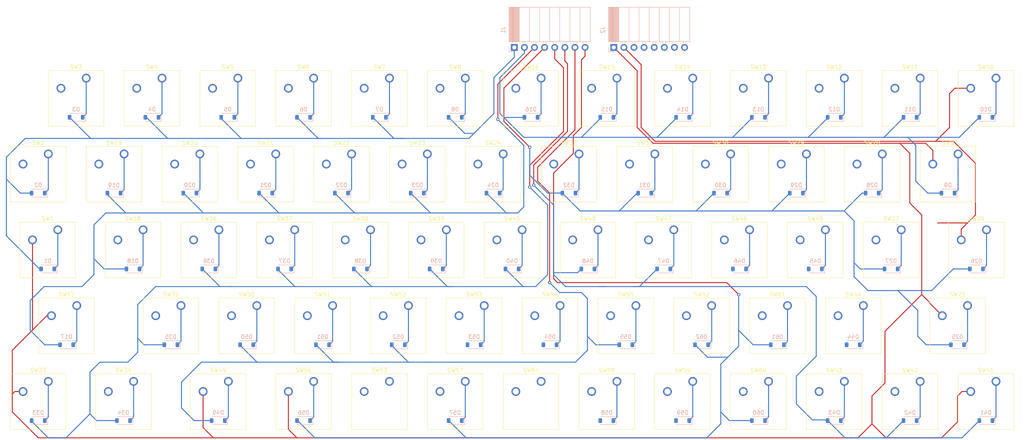
<source format=kicad_pcb>
(kicad_pcb (version 20221018) (generator pcbnew)

  (general
    (thickness 1.6)
  )

  (paper "A3")
  (layers
    (0 "F.Cu" signal)
    (31 "B.Cu" signal)
    (32 "B.Adhes" user "B.Adhesive")
    (33 "F.Adhes" user "F.Adhesive")
    (34 "B.Paste" user)
    (35 "F.Paste" user)
    (36 "B.SilkS" user "B.Silkscreen")
    (37 "F.SilkS" user "F.Silkscreen")
    (38 "B.Mask" user)
    (39 "F.Mask" user)
    (40 "Dwgs.User" user "User.Drawings")
    (41 "Cmts.User" user "User.Comments")
    (42 "Eco1.User" user "User.Eco1")
    (43 "Eco2.User" user "User.Eco2")
    (44 "Edge.Cuts" user)
    (45 "Margin" user)
    (46 "B.CrtYd" user "B.Courtyard")
    (47 "F.CrtYd" user "F.Courtyard")
    (48 "B.Fab" user)
    (49 "F.Fab" user)
    (50 "User.1" user)
    (51 "User.2" user)
    (52 "User.3" user)
    (53 "User.4" user)
    (54 "User.5" user)
    (55 "User.6" user)
    (56 "User.7" user)
    (57 "User.8" user)
    (58 "User.9" user)
  )

  (setup
    (pad_to_mask_clearance 0)
    (pcbplotparams
      (layerselection 0x00010fc_ffffffff)
      (plot_on_all_layers_selection 0x0000000_00000000)
      (disableapertmacros false)
      (usegerberextensions false)
      (usegerberattributes true)
      (usegerberadvancedattributes true)
      (creategerberjobfile true)
      (dashed_line_dash_ratio 12.000000)
      (dashed_line_gap_ratio 3.000000)
      (svgprecision 4)
      (plotframeref false)
      (viasonmask false)
      (mode 1)
      (useauxorigin false)
      (hpglpennumber 1)
      (hpglpenspeed 20)
      (hpglpendiameter 15.000000)
      (dxfpolygonmode true)
      (dxfimperialunits true)
      (dxfusepcbnewfont true)
      (psnegative false)
      (psa4output false)
      (plotreference true)
      (plotvalue true)
      (plotinvisibletext false)
      (sketchpadsonfab false)
      (subtractmaskfromsilk false)
      (outputformat 1)
      (mirror false)
      (drillshape 1)
      (scaleselection 1)
      (outputdirectory "")
    )
  )

  (net 0 "")
  (net 1 "Net-(D1-K)")
  (net 2 "Net-(D1-A)")
  (net 3 "Net-(D2-K)")
  (net 4 "Net-(D3-K)")
  (net 5 "Net-(D4-K)")
  (net 6 "Net-(D5-K)")
  (net 7 "Net-(D6-K)")
  (net 8 "Net-(D7-K)")
  (net 9 "Net-(D8-K)")
  (net 10 "Net-(D9-K)")
  (net 11 "Net-(D10-A)")
  (net 12 "Net-(D10-K)")
  (net 13 "Net-(D11-K)")
  (net 14 "Net-(D12-K)")
  (net 15 "Net-(D13-K)")
  (net 16 "Net-(D14-K)")
  (net 17 "Net-(D15-K)")
  (net 18 "Net-(D16-K)")
  (net 19 "Net-(D17-K)")
  (net 20 "Net-(D17-A)")
  (net 21 "Net-(D18-K)")
  (net 22 "Net-(D19-K)")
  (net 23 "Net-(D20-K)")
  (net 24 "Net-(D21-K)")
  (net 25 "Net-(D22-K)")
  (net 26 "Net-(D23-K)")
  (net 27 "Net-(D24-K)")
  (net 28 "Net-(D25-K)")
  (net 29 "Net-(D25-A)")
  (net 30 "Net-(D26-K)")
  (net 31 "Net-(D27-K)")
  (net 32 "Net-(D28-K)")
  (net 33 "Net-(D29-K)")
  (net 34 "Net-(D30-K)")
  (net 35 "Net-(D31-K)")
  (net 36 "Net-(D32-K)")
  (net 37 "Net-(D33-K)")
  (net 38 "Net-(D33-A)")
  (net 39 "Net-(D34-K)")
  (net 40 "Net-(D35-K)")
  (net 41 "Net-(D36-K)")
  (net 42 "Net-(D37-K)")
  (net 43 "Net-(D38-K)")
  (net 44 "Net-(D39-K)")
  (net 45 "Net-(D40-K)")
  (net 46 "Net-(D41-K)")
  (net 47 "Net-(D41-A)")
  (net 48 "Net-(D42-K)")
  (net 49 "Net-(D43-K)")
  (net 50 "Net-(D44-K)")
  (net 51 "Net-(D45-K)")
  (net 52 "Net-(D46-K)")
  (net 53 "Net-(D47-K)")
  (net 54 "Net-(D48-K)")
  (net 55 "Net-(D49-K)")
  (net 56 "Net-(D49-A)")
  (net 57 "Net-(D50-K)")
  (net 58 "Net-(D51-K)")
  (net 59 "Net-(D52-K)")
  (net 60 "Net-(D53-K)")
  (net 61 "Net-(D54-K)")
  (net 62 "Net-(D55-K)")
  (net 63 "Net-(D56-K)")
  (net 64 "Net-(D56-A)")
  (net 65 "Net-(D57-K)")
  (net 66 "Net-(D58-K)")
  (net 67 "Net-(D59-K)")
  (net 68 "Net-(D60-K)")
  (net 69 "Net-(D61-K)")
  (net 70 "Net-(D62-K)")
  (net 71 "Net-(J2-Pin_1)")
  (net 72 "Net-(J2-Pin_2)")
  (net 73 "Net-(J2-Pin_3)")
  (net 74 "Net-(J2-Pin_4)")
  (net 75 "Net-(J2-Pin_5)")
  (net 76 "Net-(J2-Pin_6)")
  (net 77 "Net-(J2-Pin_7)")
  (net 78 "Net-(J2-Pin_8)")
  (net 79 "unconnected-(SW63-Pad1)")
  (net 80 "unconnected-(SW63-Pad2)")
  (net 81 "unconnected-(SW64-Pad1)")
  (net 82 "unconnected-(SW64-Pad2)")

  (footprint "Button_Switch_Keyboard:SW_Cherry_MX_1.00u_PCB" (layer "F.Cu") (at 205.26375 197.32625))

  (footprint "Button_Switch_Keyboard:SW_Cherry_MX_1.25u_PCB" (layer "F.Cu") (at 140.97 197.32625))

  (footprint "Button_Switch_Keyboard:SW_Cherry_MX_1.00u_PCB" (layer "F.Cu") (at 333.85125 159.22625))

  (footprint "Button_Switch_Keyboard:SW_Cherry_MX_1.75u_PCB" (layer "F.Cu") (at 350.52 178.27625))

  (footprint "Button_Switch_Keyboard:SW_Cherry_MX_1.00u_PCB" (layer "F.Cu") (at 243.36375 197.32625))

  (footprint "Button_Switch_Keyboard:SW_Cherry_MX_1.00u_PCB" (layer "F.Cu") (at 229.07625 178.27625))

  (footprint "Button_Switch_Keyboard:SW_Cherry_MX_1.00u_PCB" (layer "F.Cu") (at 214.78875 140.17625))

  (footprint "Button_Switch_Keyboard:SW_Cherry_MX_1.00u_PCB" (layer "F.Cu") (at 157.63875 140.17625))

  (footprint "Button_Switch_Keyboard:SW_Cherry_MX_1.00u_PCB" (layer "F.Cu") (at 167.16375 121.12625))

  (footprint "Button_Switch_Keyboard:SW_Cherry_MX_1.00u_PCB" (layer "F.Cu") (at 276.70125 159.22625))

  (footprint "Button_Switch_Keyboard:SW_Cherry_MX_1.00u_PCB" (layer "F.Cu") (at 286.22625 178.27625))

  (footprint "Button_Switch_Keyboard:SW_Cherry_MX_1.00u_PCB" (layer "F.Cu") (at 262.41375 197.32625))

  (footprint "Button_Switch_Keyboard:SW_Cherry_MX_1.00u_PCB" (layer "F.Cu") (at 252.88875 140.17625))

  (footprint "Button_Switch_Keyboard:SW_Cherry_MX_1.75u_PCB" (layer "F.Cu") (at 126.6825 178.27625))

  (footprint "Button_Switch_Keyboard:SW_Cherry_MX_1.00u_PCB" (layer "F.Cu") (at 248.12625 178.27625))

  (footprint "Button_Switch_Keyboard:SW_Cherry_MX_1.00u_PCB" (layer "F.Cu") (at 181.45125 159.22625))

  (footprint "Button_Switch_Keyboard:SW_Cherry_MX_1.25u_PCB" (layer "F.Cu") (at 355.2825 159.22625))

  (footprint "Button_Switch_Keyboard:SW_Cherry_MX_1.00u_PCB" (layer "F.Cu") (at 310.03875 140.17625))

  (footprint "Button_Switch_Keyboard:SW_Cherry_MX_1.00u_PCB" (layer "F.Cu") (at 233.83875 140.17625))

  (footprint "Button_Switch_Keyboard:SW_Cherry_MX_1.00u_PCB" (layer "F.Cu") (at 324.32625 178.27625))

  (footprint "Button_Switch_Keyboard:SW_Cherry_MX_1.00u_PCB" (layer "F.Cu") (at 143.35125 159.22625))

  (footprint "Button_Switch_Keyboard:SW_Cherry_MX_1.00u_PCB" (layer "F.Cu") (at 238.60125 159.22625))

  (footprint "Button_Switch_Keyboard:SW_Cherry_MX_1.00u_PCB" (layer "F.Cu") (at 210.02625 178.27625))

  (footprint "Button_Switch_Keyboard:SW_Cherry_MX_1.00u_PCB" (layer "F.Cu") (at 171.92625 178.27625))

  (footprint "Button_Switch_Keyboard:SW_Cherry_MX_1.00u_PCB" (layer "F.Cu") (at 319.56375 121.12625))

  (footprint "Button_Switch_Keyboard:SW_Cherry_MX_1.00u_PCB" (layer "F.Cu") (at 186.21375 121.12625))

  (footprint "Button_Switch_Keyboard:SW_Cherry_MX_1.00u_PCB" (layer "F.Cu") (at 357.66375 197.32625))

  (footprint "Button_Switch_Keyboard:SW_Cherry_MX_1.00u_PCB" (layer "F.Cu") (at 224.31375 121.12625))

  (footprint "Button_Switch_Keyboard:SW_Cherry_MX_1.00u_PCB" (layer "F.Cu") (at 205.26375 121.12625))

  (footprint "Button_Switch_Keyboard:SW_Cherry_MX_1.00u_PCB" (layer "F.Cu") (at 119.53875 140.17625))

  (footprint "Button_Switch_Keyboard:SW_Cherry_MX_1.00u_PCB" (layer "F.Cu") (at 267.17625 178.27625))

  (footprint "Button_Switch_Keyboard:SW_Cherry_MX_1.00u_PCB" (layer "F.Cu") (at 290.98875 140.17625))

  (footprint "Button_Switch_Keyboard:SW_Cherry_MX_1.00u_PCB" (layer "F.Cu") (at 129.06375 121.12625))

  (footprint "Button_Switch_Keyboard:SW_Cherry_MX_1.00u_PCB" (layer "F.Cu") (at 319.56375 197.32625))

  (footprint "Button_Switch_Keyboard:SW_Cherry_MX_1.00u_PCB" (layer "F.Cu") (at 300.51375 197.32625))

  (footprint "Button_Switch_Keyboard:SW_Cherry_MX_1.00u_PCB" (layer "F.Cu") (at 271.93875 140.17625))

  (footprint "Button_Switch_Keyboard:SW_Cherry_MX_1.00u_PCB" (layer "F.Cu") (at 314.80125 159.22625))

  (footprint "Button_Switch_Keyboard:SW_Cherry_MX_1.00u_PCB" (layer "F.Cu") (at 348.13875 140.17625))

  (footprint "Button_Switch_Keyboard:SW_Cherry_MX_1.00u_PCB" (layer "F.Cu") (at 257.65125 159.22625))

  (footprint "Button_Switch_Keyboard:SW_Cherry_MX_1.00u_PCB" (layer "F.Cu") (at 300.51375 121.12625))

  (footprint "Button_Switch_Keyboard:SW_Cherry_MX_1.00u_PCB" (layer "F.Cu") (at 186.21375 197.32625))

  (footprint "Button_Switch_Keyboard:SW_Cherry_MX_1.25u_PCB" (layer "F.Cu")
    (tstamp a18bf5f9-e788-40ba-a91b-8b2efda1b6be)
    (at 121.92 159.22625)
    (descr "Cherry MX keyswitch, 1.25u, PCB mount, http://cherryamericas.com/wp-content/uploads/2014/12/mx_cat.pdf")
    (tags "Cherry MX keyswitch 1.25u PCB")
    (property "Sheetfile" "xantronix-z32.kicad_sch")
    (property "Sheetname" "")
    (property "ki_description" "Push button switch, generic, two pins")
    (property "ki_keywords" "switch normally-open pushbutton push-button")
    (path "/e76b9ee1-537d-4bb2-9fff-78ac2d601e07")
    (attr through_hole)
    (fp_text reference "SW1" (at -2.54 -2.794) (layer "F.SilkS")
        (effects (font (size 1 1) (thickness 0.15)))
      (tstamp 988b5319-14e2-4359-ac6a-47497a8c684a)
    )
    (fp_text value "SW_Push" (at -2.54 12.954) (layer "F.Fab")
        (effects (font (size 1 1) (thickness 0.15)))
      (tstamp c92f2bee-9db2-41b7-b81e-c0d25e6d89fc)
    )
    (fp_text user "${REFERENCE}" (at -2.54 -2.794) (layer "F.Fab")
        (effects (font (size 1 1) (thickness 0.15)))
      (tstamp 96fcb291-c433-4814-a3cf-a51eefbe09fd)
    )
    (fp_line (start -9.525 -1.905) (end 4.445 -1.905)
      (stroke (width 0.12) (type solid)) (layer "F.SilkS") (tstamp ea20c24e-61ef-41f6-88e3-7b6c070ddc32))
    (fp_line (start -9.525 12.065) (end -9.525 -1.905)
      (stroke (width 0.12) (type solid)) (layer "F.SilkS") (tstamp 5fa4a84d-75ae-4d2d-ad9e-48ce7698578c))
    (fp_line (start 4.445 -1.905) (end 4.445 12.065)
      (stroke (width 0.12) (type solid)) (layer "F.SilkS") (tstamp 66253bf2-e5b4-427d-8b4a-3b8b468bbcec))
    (fp_line (start 4.445 12.065) (end -9.525 12.065)
      (stroke (width 0.12) (type solid)) (layer "F.SilkS") (tstamp 9312d933-0465-43c2-a620-93c215eef9e7))
    (fp_line (start -14.44625 -4.445) (end 9.36625 -4.445)
      (stroke (width 0.15) (type solid)) (layer "Dwgs.User") (tstamp 7d01491d-09be-4a67-bcf0-116981247fee))
    (fp_line (start -14.44625 14.605) (end -14.44625 -4.445)
      (stroke (width 0.15) (type solid)) (layer "Dwgs.User") (tstamp e12cde89-d355-4d0b-9b41-59df053b810f))
    (fp_line (start 9.36625 -4.445) (end 9.36625 14.605)
      (stroke (width 0.15) (type solid)) (layer "Dwgs.User") (tstamp fff3cb0e-84d3-452d-b8d2-cb9899878e97))
    (fp_line (start 9.36625 14.605) (end -14.44625 14.605)
      (stroke (width 0.15) (type solid)) (layer "Dwgs.User") (tstamp 83232cba-482f-4edd
... [472384 chars truncated]
</source>
